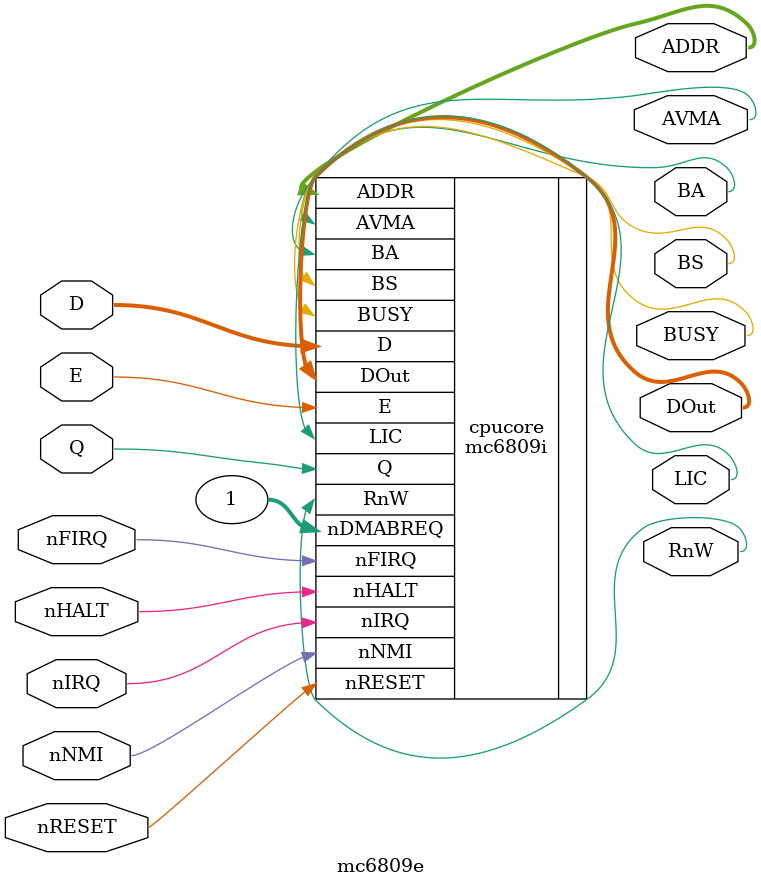
<source format=v>
`timescale 1ns / 1ps
module mc6809e(
    input   [7:0] D,
    output  [7:0] DOut,
    output  [15:0] ADDR,
    output  RnW,
    input   E,
    input   Q,
    output  BS,
    output  BA,
    input   nIRQ,
    input   nFIRQ,
    input   nNMI,
    output  AVMA,
    output  BUSY,
    output  LIC,
    input 	nHALT,
    input   nRESET

    );



mc6809i cpucore (.D(D), .DOut(DOut), .ADDR(ADDR), .RnW(RnW), .E(E), .Q(Q), .BS(BS), .BA(BA), .nIRQ(nIRQ), .nFIRQ(nFIRQ),
                .nNMI(nNMI), .AVMA(AVMA), .BUSY(BUSY), .LIC(LIC), .nHALT(nHALT), .nRESET(nRESET), .nDMABREQ(1)
                );


endmodule

</source>
